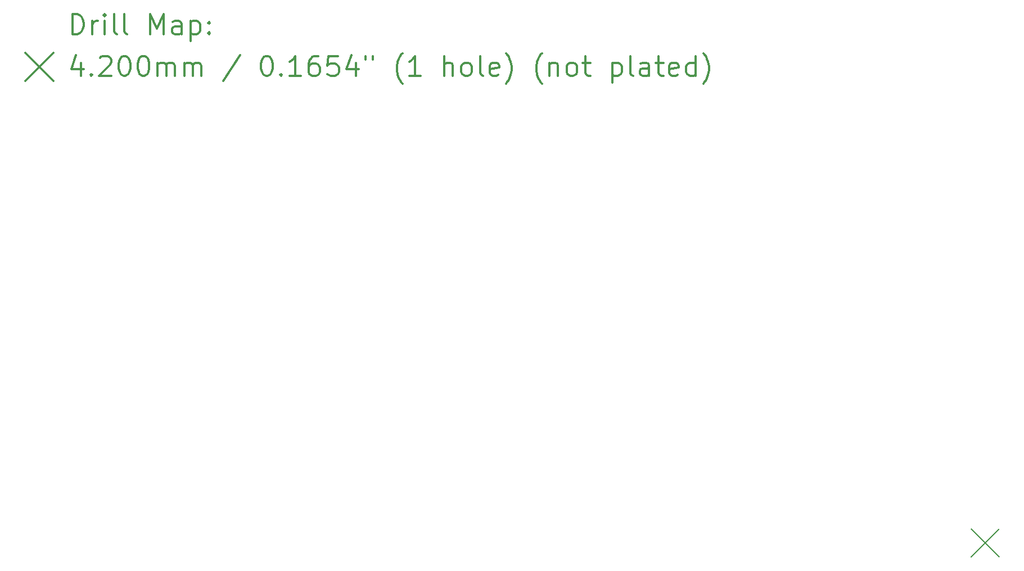
<source format=gbr>
%FSLAX45Y45*%
G04 Gerber Fmt 4.5, Leading zero omitted, Abs format (unit mm)*
G04 Created by KiCad (PCBNEW (5.1.10)-1) date 2022-08-27 22:49:57*
%MOMM*%
%LPD*%
G01*
G04 APERTURE LIST*
%ADD10C,0.200000*%
%ADD11C,0.300000*%
G04 APERTURE END LIST*
D10*
X13823500Y-7918500D02*
X14243500Y-8338500D01*
X14243500Y-7918500D02*
X13823500Y-8338500D01*
D11*
X286429Y-465714D02*
X286429Y-165714D01*
X357857Y-165714D01*
X400714Y-180000D01*
X429286Y-208571D01*
X443571Y-237143D01*
X457857Y-294286D01*
X457857Y-337143D01*
X443571Y-394286D01*
X429286Y-422857D01*
X400714Y-451428D01*
X357857Y-465714D01*
X286429Y-465714D01*
X586429Y-465714D02*
X586429Y-265714D01*
X586429Y-322857D02*
X600714Y-294286D01*
X615000Y-280000D01*
X643571Y-265714D01*
X672143Y-265714D01*
X772143Y-465714D02*
X772143Y-265714D01*
X772143Y-165714D02*
X757857Y-180000D01*
X772143Y-194286D01*
X786428Y-180000D01*
X772143Y-165714D01*
X772143Y-194286D01*
X957857Y-465714D02*
X929286Y-451428D01*
X915000Y-422857D01*
X915000Y-165714D01*
X1115000Y-465714D02*
X1086429Y-451428D01*
X1072143Y-422857D01*
X1072143Y-165714D01*
X1457857Y-465714D02*
X1457857Y-165714D01*
X1557857Y-380000D01*
X1657857Y-165714D01*
X1657857Y-465714D01*
X1929286Y-465714D02*
X1929286Y-308571D01*
X1915000Y-280000D01*
X1886428Y-265714D01*
X1829286Y-265714D01*
X1800714Y-280000D01*
X1929286Y-451428D02*
X1900714Y-465714D01*
X1829286Y-465714D01*
X1800714Y-451428D01*
X1786428Y-422857D01*
X1786428Y-394286D01*
X1800714Y-365714D01*
X1829286Y-351428D01*
X1900714Y-351428D01*
X1929286Y-337143D01*
X2072143Y-265714D02*
X2072143Y-565714D01*
X2072143Y-280000D02*
X2100714Y-265714D01*
X2157857Y-265714D01*
X2186429Y-280000D01*
X2200714Y-294286D01*
X2215000Y-322857D01*
X2215000Y-408571D01*
X2200714Y-437143D01*
X2186429Y-451428D01*
X2157857Y-465714D01*
X2100714Y-465714D01*
X2072143Y-451428D01*
X2343571Y-437143D02*
X2357857Y-451428D01*
X2343571Y-465714D01*
X2329286Y-451428D01*
X2343571Y-437143D01*
X2343571Y-465714D01*
X2343571Y-280000D02*
X2357857Y-294286D01*
X2343571Y-308571D01*
X2329286Y-294286D01*
X2343571Y-280000D01*
X2343571Y-308571D01*
X-420000Y-750000D02*
X0Y-1170000D01*
X0Y-750000D02*
X-420000Y-1170000D01*
X415000Y-895714D02*
X415000Y-1095714D01*
X343571Y-781428D02*
X272143Y-995714D01*
X457857Y-995714D01*
X572143Y-1067143D02*
X586429Y-1081429D01*
X572143Y-1095714D01*
X557857Y-1081429D01*
X572143Y-1067143D01*
X572143Y-1095714D01*
X700714Y-824286D02*
X715000Y-810000D01*
X743571Y-795714D01*
X815000Y-795714D01*
X843571Y-810000D01*
X857857Y-824286D01*
X872143Y-852857D01*
X872143Y-881428D01*
X857857Y-924286D01*
X686429Y-1095714D01*
X872143Y-1095714D01*
X1057857Y-795714D02*
X1086429Y-795714D01*
X1115000Y-810000D01*
X1129286Y-824286D01*
X1143571Y-852857D01*
X1157857Y-910000D01*
X1157857Y-981428D01*
X1143571Y-1038571D01*
X1129286Y-1067143D01*
X1115000Y-1081429D01*
X1086429Y-1095714D01*
X1057857Y-1095714D01*
X1029286Y-1081429D01*
X1015000Y-1067143D01*
X1000714Y-1038571D01*
X986428Y-981428D01*
X986428Y-910000D01*
X1000714Y-852857D01*
X1015000Y-824286D01*
X1029286Y-810000D01*
X1057857Y-795714D01*
X1343571Y-795714D02*
X1372143Y-795714D01*
X1400714Y-810000D01*
X1415000Y-824286D01*
X1429286Y-852857D01*
X1443571Y-910000D01*
X1443571Y-981428D01*
X1429286Y-1038571D01*
X1415000Y-1067143D01*
X1400714Y-1081429D01*
X1372143Y-1095714D01*
X1343571Y-1095714D01*
X1315000Y-1081429D01*
X1300714Y-1067143D01*
X1286429Y-1038571D01*
X1272143Y-981428D01*
X1272143Y-910000D01*
X1286429Y-852857D01*
X1300714Y-824286D01*
X1315000Y-810000D01*
X1343571Y-795714D01*
X1572143Y-1095714D02*
X1572143Y-895714D01*
X1572143Y-924286D02*
X1586428Y-910000D01*
X1615000Y-895714D01*
X1657857Y-895714D01*
X1686428Y-910000D01*
X1700714Y-938571D01*
X1700714Y-1095714D01*
X1700714Y-938571D02*
X1715000Y-910000D01*
X1743571Y-895714D01*
X1786428Y-895714D01*
X1815000Y-910000D01*
X1829286Y-938571D01*
X1829286Y-1095714D01*
X1972143Y-1095714D02*
X1972143Y-895714D01*
X1972143Y-924286D02*
X1986428Y-910000D01*
X2015000Y-895714D01*
X2057857Y-895714D01*
X2086428Y-910000D01*
X2100714Y-938571D01*
X2100714Y-1095714D01*
X2100714Y-938571D02*
X2115000Y-910000D01*
X2143571Y-895714D01*
X2186429Y-895714D01*
X2215000Y-910000D01*
X2229286Y-938571D01*
X2229286Y-1095714D01*
X2815000Y-781428D02*
X2557857Y-1167143D01*
X3200714Y-795714D02*
X3229286Y-795714D01*
X3257857Y-810000D01*
X3272143Y-824286D01*
X3286428Y-852857D01*
X3300714Y-910000D01*
X3300714Y-981428D01*
X3286428Y-1038571D01*
X3272143Y-1067143D01*
X3257857Y-1081429D01*
X3229286Y-1095714D01*
X3200714Y-1095714D01*
X3172143Y-1081429D01*
X3157857Y-1067143D01*
X3143571Y-1038571D01*
X3129286Y-981428D01*
X3129286Y-910000D01*
X3143571Y-852857D01*
X3157857Y-824286D01*
X3172143Y-810000D01*
X3200714Y-795714D01*
X3429286Y-1067143D02*
X3443571Y-1081429D01*
X3429286Y-1095714D01*
X3415000Y-1081429D01*
X3429286Y-1067143D01*
X3429286Y-1095714D01*
X3729286Y-1095714D02*
X3557857Y-1095714D01*
X3643571Y-1095714D02*
X3643571Y-795714D01*
X3615000Y-838571D01*
X3586428Y-867143D01*
X3557857Y-881428D01*
X3986428Y-795714D02*
X3929286Y-795714D01*
X3900714Y-810000D01*
X3886428Y-824286D01*
X3857857Y-867143D01*
X3843571Y-924286D01*
X3843571Y-1038571D01*
X3857857Y-1067143D01*
X3872143Y-1081429D01*
X3900714Y-1095714D01*
X3957857Y-1095714D01*
X3986428Y-1081429D01*
X4000714Y-1067143D01*
X4015000Y-1038571D01*
X4015000Y-967143D01*
X4000714Y-938571D01*
X3986428Y-924286D01*
X3957857Y-910000D01*
X3900714Y-910000D01*
X3872143Y-924286D01*
X3857857Y-938571D01*
X3843571Y-967143D01*
X4286429Y-795714D02*
X4143571Y-795714D01*
X4129286Y-938571D01*
X4143571Y-924286D01*
X4172143Y-910000D01*
X4243571Y-910000D01*
X4272143Y-924286D01*
X4286429Y-938571D01*
X4300714Y-967143D01*
X4300714Y-1038571D01*
X4286429Y-1067143D01*
X4272143Y-1081429D01*
X4243571Y-1095714D01*
X4172143Y-1095714D01*
X4143571Y-1081429D01*
X4129286Y-1067143D01*
X4557857Y-895714D02*
X4557857Y-1095714D01*
X4486429Y-781428D02*
X4415000Y-995714D01*
X4600714Y-995714D01*
X4700714Y-795714D02*
X4700714Y-852857D01*
X4815000Y-795714D02*
X4815000Y-852857D01*
X5257857Y-1210000D02*
X5243571Y-1195714D01*
X5215000Y-1152857D01*
X5200714Y-1124286D01*
X5186429Y-1081429D01*
X5172143Y-1010000D01*
X5172143Y-952857D01*
X5186429Y-881428D01*
X5200714Y-838571D01*
X5215000Y-810000D01*
X5243571Y-767143D01*
X5257857Y-752857D01*
X5529286Y-1095714D02*
X5357857Y-1095714D01*
X5443571Y-1095714D02*
X5443571Y-795714D01*
X5415000Y-838571D01*
X5386429Y-867143D01*
X5357857Y-881428D01*
X5886428Y-1095714D02*
X5886428Y-795714D01*
X6015000Y-1095714D02*
X6015000Y-938571D01*
X6000714Y-910000D01*
X5972143Y-895714D01*
X5929286Y-895714D01*
X5900714Y-910000D01*
X5886428Y-924286D01*
X6200714Y-1095714D02*
X6172143Y-1081429D01*
X6157857Y-1067143D01*
X6143571Y-1038571D01*
X6143571Y-952857D01*
X6157857Y-924286D01*
X6172143Y-910000D01*
X6200714Y-895714D01*
X6243571Y-895714D01*
X6272143Y-910000D01*
X6286428Y-924286D01*
X6300714Y-952857D01*
X6300714Y-1038571D01*
X6286428Y-1067143D01*
X6272143Y-1081429D01*
X6243571Y-1095714D01*
X6200714Y-1095714D01*
X6472143Y-1095714D02*
X6443571Y-1081429D01*
X6429286Y-1052857D01*
X6429286Y-795714D01*
X6700714Y-1081429D02*
X6672143Y-1095714D01*
X6615000Y-1095714D01*
X6586428Y-1081429D01*
X6572143Y-1052857D01*
X6572143Y-938571D01*
X6586428Y-910000D01*
X6615000Y-895714D01*
X6672143Y-895714D01*
X6700714Y-910000D01*
X6715000Y-938571D01*
X6715000Y-967143D01*
X6572143Y-995714D01*
X6815000Y-1210000D02*
X6829286Y-1195714D01*
X6857857Y-1152857D01*
X6872143Y-1124286D01*
X6886428Y-1081429D01*
X6900714Y-1010000D01*
X6900714Y-952857D01*
X6886428Y-881428D01*
X6872143Y-838571D01*
X6857857Y-810000D01*
X6829286Y-767143D01*
X6815000Y-752857D01*
X7357857Y-1210000D02*
X7343571Y-1195714D01*
X7315000Y-1152857D01*
X7300714Y-1124286D01*
X7286428Y-1081429D01*
X7272143Y-1010000D01*
X7272143Y-952857D01*
X7286428Y-881428D01*
X7300714Y-838571D01*
X7315000Y-810000D01*
X7343571Y-767143D01*
X7357857Y-752857D01*
X7472143Y-895714D02*
X7472143Y-1095714D01*
X7472143Y-924286D02*
X7486428Y-910000D01*
X7515000Y-895714D01*
X7557857Y-895714D01*
X7586428Y-910000D01*
X7600714Y-938571D01*
X7600714Y-1095714D01*
X7786428Y-1095714D02*
X7757857Y-1081429D01*
X7743571Y-1067143D01*
X7729286Y-1038571D01*
X7729286Y-952857D01*
X7743571Y-924286D01*
X7757857Y-910000D01*
X7786428Y-895714D01*
X7829286Y-895714D01*
X7857857Y-910000D01*
X7872143Y-924286D01*
X7886428Y-952857D01*
X7886428Y-1038571D01*
X7872143Y-1067143D01*
X7857857Y-1081429D01*
X7829286Y-1095714D01*
X7786428Y-1095714D01*
X7972143Y-895714D02*
X8086428Y-895714D01*
X8015000Y-795714D02*
X8015000Y-1052857D01*
X8029286Y-1081429D01*
X8057857Y-1095714D01*
X8086428Y-1095714D01*
X8415000Y-895714D02*
X8415000Y-1195714D01*
X8415000Y-910000D02*
X8443571Y-895714D01*
X8500714Y-895714D01*
X8529286Y-910000D01*
X8543571Y-924286D01*
X8557857Y-952857D01*
X8557857Y-1038571D01*
X8543571Y-1067143D01*
X8529286Y-1081429D01*
X8500714Y-1095714D01*
X8443571Y-1095714D01*
X8415000Y-1081429D01*
X8729286Y-1095714D02*
X8700714Y-1081429D01*
X8686429Y-1052857D01*
X8686429Y-795714D01*
X8972143Y-1095714D02*
X8972143Y-938571D01*
X8957857Y-910000D01*
X8929286Y-895714D01*
X8872143Y-895714D01*
X8843571Y-910000D01*
X8972143Y-1081429D02*
X8943571Y-1095714D01*
X8872143Y-1095714D01*
X8843571Y-1081429D01*
X8829286Y-1052857D01*
X8829286Y-1024286D01*
X8843571Y-995714D01*
X8872143Y-981428D01*
X8943571Y-981428D01*
X8972143Y-967143D01*
X9072143Y-895714D02*
X9186429Y-895714D01*
X9115000Y-795714D02*
X9115000Y-1052857D01*
X9129286Y-1081429D01*
X9157857Y-1095714D01*
X9186429Y-1095714D01*
X9400714Y-1081429D02*
X9372143Y-1095714D01*
X9315000Y-1095714D01*
X9286429Y-1081429D01*
X9272143Y-1052857D01*
X9272143Y-938571D01*
X9286429Y-910000D01*
X9315000Y-895714D01*
X9372143Y-895714D01*
X9400714Y-910000D01*
X9415000Y-938571D01*
X9415000Y-967143D01*
X9272143Y-995714D01*
X9672143Y-1095714D02*
X9672143Y-795714D01*
X9672143Y-1081429D02*
X9643571Y-1095714D01*
X9586429Y-1095714D01*
X9557857Y-1081429D01*
X9543571Y-1067143D01*
X9529286Y-1038571D01*
X9529286Y-952857D01*
X9543571Y-924286D01*
X9557857Y-910000D01*
X9586429Y-895714D01*
X9643571Y-895714D01*
X9672143Y-910000D01*
X9786429Y-1210000D02*
X9800714Y-1195714D01*
X9829286Y-1152857D01*
X9843571Y-1124286D01*
X9857857Y-1081429D01*
X9872143Y-1010000D01*
X9872143Y-952857D01*
X9857857Y-881428D01*
X9843571Y-838571D01*
X9829286Y-810000D01*
X9800714Y-767143D01*
X9786429Y-752857D01*
M02*

</source>
